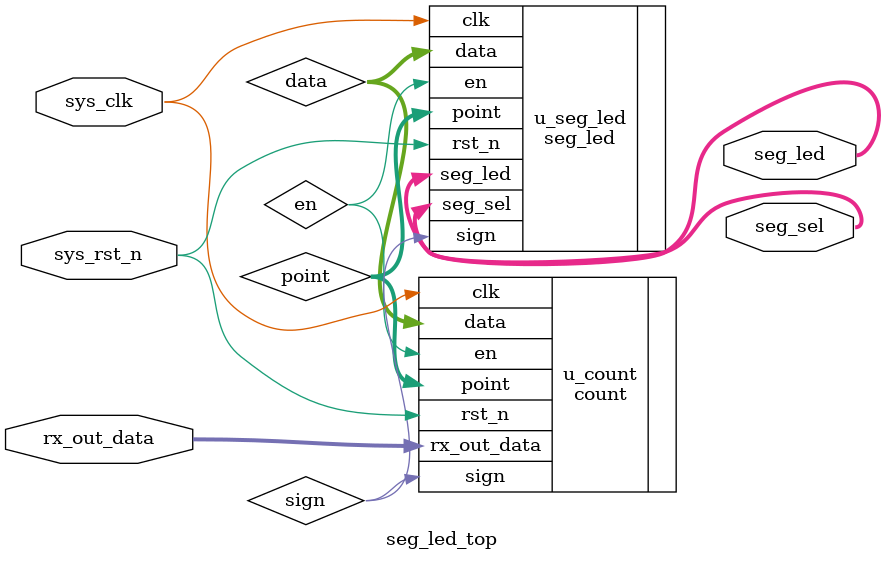
<source format=v>
module seg_led_top(
    input               sys_clk  ,        //时钟信号
    input               sys_rst_n,       //复位信号（低有效）

    input   [7:0]       rx_out_data,         //rs485串口接受数据

    output    [5:0]     seg_sel  ,        //数码管位选信号
    output    [7:0]     seg_led          //数码管段选信号
);

//wire define
wire    [19:0]  data;                 //数码管显示的数值
wire    [ 5:0]  point;                //数码管小数点的位置
wire             en;                    //数码管显示使能信号
wire             sign;                 //数码管显示数据的符号位

//*****************************************************
//**                    main code
//*****************************************************

//计数器模块，产生数码管需要显示的数据
count u_count(
    .clk            (sys_clk  ),       //时钟信号
    .rst_n         (sys_rst_n),       //复位信号

    .rx_out_data   (rx_out_data),

    .data          (data     ),       //6位数码管要显示的数值
    .point         (point    ),       //小数点具体显示的位置,高电平有效
    .en             (en       ),       //数码管使能信号
    .sign          (sign     )        //符号位
);

//数码管动态显示模块
seg_led u_seg_led(
    .clk            (sys_clk  ),       //时钟信号
    .rst_n         (sys_rst_n),       //复位信号
    
    .data          (data     ),       //显示的数值
    .point         (point    ),       //小数点具体显示的位置,高电平有效
    .en             (en       ),        //数码管使能信号
    .sign          (sign     ),       //符号位，高电平显示负号(-)
    
    .seg_sel      (seg_sel  ),        //位选
    .seg_led      (seg_led  )        //段选
);

endmodule
</source>
